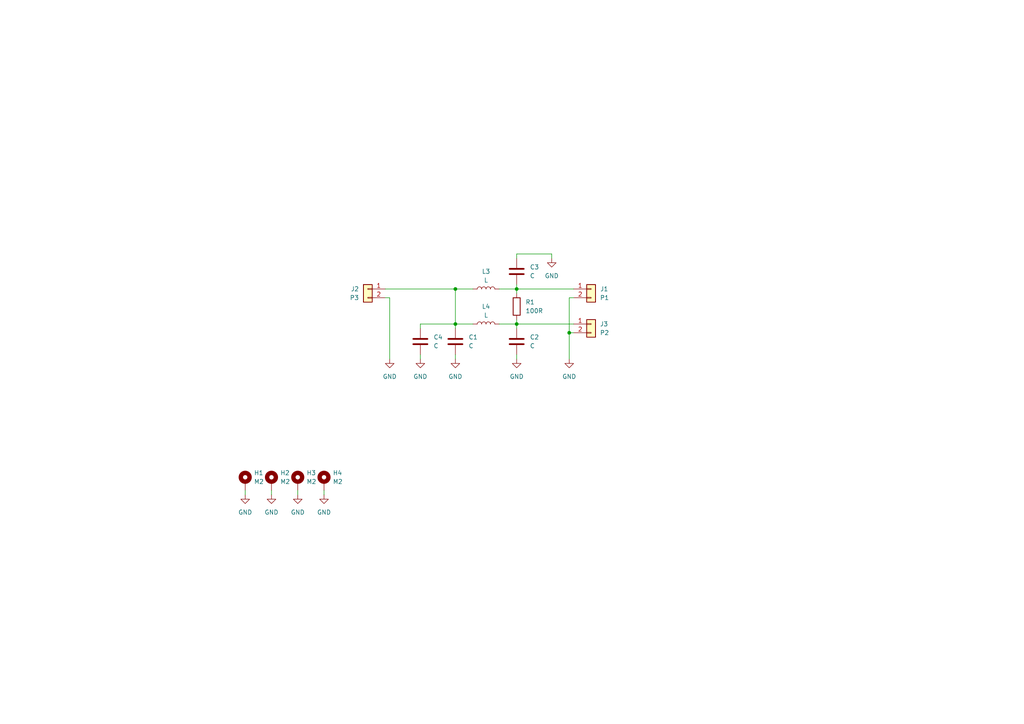
<source format=kicad_sch>
(kicad_sch (version 20230121) (generator eeschema)
  (paper "A4")
  (title_block (title "023 Lumped Wilkinson Splitter") (date "2023-08-19") (rev "1") (company "Halidelabs") (comment 1 "contact@halidelabs.eu"))
  (lib_symbols
    (symbol "Connector_Generic:Conn_01x02" (pin_names (offset 1.016) hide)
      (property "Reference" "J" (at 0 2.54 0))
      (property "Value" "Conn_01x02" (at 0 -5.08 0))
      (symbol "Conn_01x02_1_1"
        (rectangle (start -1.27 -2.413) (end 0 -2.667) (stroke (width 0.1524)))
        (rectangle (start -1.27 0.127) (end 0 -0.127) (stroke (width 0.1524)))
        (rectangle (start -1.27 1.27) (end 1.27 -3.81) (stroke (width 0.254)) (fill (type background)))
        (pin passive line (at -5.08 0 0) (length 3.81) (name "Pin_1") (number "1"))
        (pin passive line (at -5.08 -2.54 0) (length 3.81) (name "Pin_2") (number "2"))
      )
    )
    (symbol "Device:C" (pin_numbers hide) (pin_names (offset 0.254))
      (property "Reference" "C" (at 0.635 2.54 0))
      (property "Value" "C" (at 0.635 -2.54 0))
      (symbol "C_0_1"
        (polyline (pts (xy -2.032 -0.762) (xy 2.032 -0.762)) (stroke (width 0.508)))
        (polyline (pts (xy -2.032 0.762) (xy 2.032 0.762)) (stroke (width 0.508)))
      )
      (symbol "C_1_1"
        (pin passive line (at 0 3.81 270) (length 2.794) (name "~") (number "1"))
        (pin passive line (at 0 -3.81 90) (length 2.794) (name "~") (number "2"))
      )
    )
    (symbol "Device:L" (pin_numbers hide) (pin_names (offset 1.016) hide)
      (property "Reference" "L" (at -1.27 0 90))
      (property "Value" "L" (at 1.905 0 90))
      (symbol "L_0_1"
        (arc (start 0 -2.54) (mid 0.6323 -1.905) (end 0 -1.27))
        (arc (start 0 -1.27) (mid 0.6323 -0.635) (end 0 0))
        (arc (start 0 0) (mid 0.6323 0.635) (end 0 1.27))
        (arc (start 0 1.27) (mid 0.6323 1.905) (end 0 2.54))
      )
      (symbol "L_1_1"
        (pin passive line (at 0 3.81 270) (length 1.27) (name "1") (number "1"))
        (pin passive line (at 0 -3.81 90) (length 1.27) (name "2") (number "2"))
      )
    )
    (symbol "Device:R" (pin_numbers hide) (pin_names (offset 0))
      (property "Reference" "R" (at 2.032 0 90))
      (property "Value" "R" (at 0 0 90))
      (symbol "R_0_1"
        (rectangle (start -1.016 -2.54) (end 1.016 2.54) (stroke (width 0.254)))
      )
      (symbol "R_1_1"
        (pin passive line (at 0 3.81 270) (length 1.27) (name "~") (number "1"))
        (pin passive line (at 0 -3.81 90) (length 1.27) (name "~") (number "2"))
      )
    )
    (symbol "GND_1" (power) (pin_names (offset 0))
      (property "Value" "GND_1" (at 0 -3.81 0))
      (symbol "GND_1_0_1"
        (polyline (pts (xy 0 0) (xy 0 -1.27) (xy 1.27 -1.27) (xy 0 -2.54) (xy -1.27 -1.27) (xy 0 -1.27)))
      )
      (symbol "GND_1_1_1"
        (pin power_in line (at 0 0 270) (length 0) hide (name "GND") (number "1"))
      )
    )
    (symbol "Mechanical:MountingHole_Pad" (pin_numbers hide) (pin_names (offset 1.016) hide)
      (property "Reference" "H" (at 0 6.35 0))
      (property "Value" "MountingHole_Pad" (at 0 4.445 0))
      (symbol "MountingHole_Pad_0_1"
        (circle (center 0 1.27) (radius 1.27) (stroke (width 1.27)))
      )
      (symbol "MountingHole_Pad_1_1"
        (pin input line (at 0 -2.54 90) (length 2.54) (name "1") (number "1"))
      )
    )
    (symbol "power:GND" (power) (pin_names (offset 0))
      (property "Value" "GND" (at 0 -3.81 0))
      (symbol "GND_0_1"
        (polyline (pts (xy 0 0) (xy 0 -1.27) (xy 1.27 -1.27) (xy 0 -2.54) (xy -1.27 -1.27) (xy 0 -1.27)))
      )
      (symbol "GND_1_1"
        (pin power_in line (at 0 0 270) (length 0) hide (name "GND") (number "1"))
      )
    )
  )
  (junction (at 149.86 83.82))
  (junction (at 165.1 96.52))
  (junction (at 132.08 83.82))
  (junction (at 132.08 93.98))
  (junction (at 149.86 93.98))
  (wire (pts (xy 165.1 86.36) (xy 165.1 96.52)))
  (wire (pts (xy 93.98 142.24) (xy 93.98 143.51)))
  (wire (pts (xy 149.86 83.82) (xy 166.37 83.82)))
  (wire (pts (xy 121.92 95.25) (xy 121.92 93.98)))
  (wire (pts (xy 86.36 142.24) (xy 86.36 143.51)))
  (wire (pts (xy 144.78 93.98) (xy 149.86 93.98)))
  (wire (pts (xy 149.86 83.82) (xy 149.86 85.09)))
  (wire (pts (xy 149.86 82.55) (xy 149.86 83.82)))
  (wire (pts (xy 149.86 93.98) (xy 149.86 95.25)))
  (wire (pts (xy 121.92 102.87) (xy 121.92 104.14)))
  (wire (pts (xy 113.03 104.14) (xy 113.03 86.36)))
  (wire (pts (xy 121.92 93.98) (xy 132.08 93.98)))
  (wire (pts (xy 165.1 96.52) (xy 166.37 96.52)))
  (wire (pts (xy 111.76 83.82) (xy 132.08 83.82)))
  (wire (pts (xy 149.86 92.71) (xy 149.86 93.98)))
  (wire (pts (xy 144.78 83.82) (xy 149.86 83.82)))
  (wire (pts (xy 132.08 102.87) (xy 132.08 104.14)))
  (wire (pts (xy 160.02 73.66) (xy 160.02 74.93)))
  (wire (pts (xy 132.08 93.98) (xy 137.16 93.98)))
  (wire (pts (xy 165.1 104.14) (xy 165.1 96.52)))
  (wire (pts (xy 132.08 93.98) (xy 132.08 95.25)))
  (wire (pts (xy 160.02 73.66) (xy 149.86 73.66)))
  (wire (pts (xy 113.03 86.36) (xy 111.76 86.36)))
  (wire (pts (xy 78.74 142.24) (xy 78.74 143.51)))
  (wire (pts (xy 132.08 83.82) (xy 132.08 93.98)))
  (wire (pts (xy 149.86 93.98) (xy 166.37 93.98)))
  (wire (pts (xy 166.37 86.36) (xy 165.1 86.36)))
  (wire (pts (xy 149.86 73.66) (xy 149.86 74.93)))
  (wire (pts (xy 132.08 83.82) (xy 137.16 83.82)))
  (wire (pts (xy 149.86 102.87) (xy 149.86 104.14)))
  (wire (pts (xy 71.12 142.24) (xy 71.12 143.51)))
  (symbol (lib_id "power:GND") (at 71.12 143.51 0) (unit 1)
    (property "Reference" "#PWR0104" (effects hide))
    (property "Value" "GND" (at 71.12 148.59 0))
  )
  (symbol (lib_id "Mechanical:MountingHole_Pad") (at 71.12 139.7 0) (unit 1)
    (property "Reference" "H1" (at 73.66 137.1599 0) (effects (justify left)))
    (property "Value" "M2" (at 73.66 139.6999 0) (effects (justify left)))
    (property "Footprint" "modular-rf-bench-footprints:M2-hole" (effects hide))
  )
  (symbol (lib_id "power:GND") (at 93.98 143.51 0) (unit 1)
    (property "Reference" "#PWR0101" (effects hide))
    (property "Value" "GND" (at 93.98 148.59 0))
  )
  (symbol (lib_name "GND_1") (lib_id "power:GND") (at 113.03 104.14 0) (unit 1)
    (property "Reference" "#PWR06" (effects hide))
    (property "Value" "GND" (at 113.03 109.22 0))
  )
  (symbol (lib_id "Connector_Generic:Conn_01x02") (at 171.45 93.98 0) (unit 1)
    (property "Reference" "J3" (at 173.99 93.9799 0) (effects (justify left)))
    (property "Value" "P2" (at 173.99 96.5199 0) (effects (justify left)))
    (property "Footprint" "modular-rf-bench-footprints:edge-connector" (effects hide))
  )
  (symbol (lib_name "GND_1") (lib_id "power:GND") (at 149.86 104.14 0) (unit 1)
    (property "Reference" "#PWR02" (effects hide))
    (property "Value" "GND" (at 149.86 109.22 0))
  )
  (symbol (lib_id "Mechanical:MountingHole_Pad") (at 78.74 139.7 0) (unit 1)
    (property "Reference" "H2" (at 81.28 137.1599 0) (effects (justify left)))
    (property "Value" "M2" (at 81.28 139.6999 0) (effects (justify left)))
    (property "Footprint" "modular-rf-bench-footprints:M2-hole" (effects hide))
  )
  (symbol (lib_id "Device:L") (at 140.97 83.82 90) (unit 1)
    (property "Reference" "L3" (at 140.97 78.74 90))
    (property "Value" "L" (at 140.97 81.28 90))
    (property "Footprint" "Inductor_SMD:L_0805_2012Metric" (effects hide))
  )
  (symbol (lib_name "GND_1") (lib_id "power:GND") (at 165.1 104.14 0) (unit 1)
    (property "Reference" "#PWR07" (effects hide))
    (property "Value" "GND" (at 165.1 109.22 0))
  )
  (symbol (lib_id "Mechanical:MountingHole_Pad") (at 86.36 139.7 0) (unit 1)
    (property "Reference" "H3" (at 88.9 137.1599 0) (effects (justify left)))
    (property "Value" "M2" (at 88.9 139.6999 0) (effects (justify left)))
    (property "Footprint" "modular-rf-bench-footprints:M2-hole" (effects hide))
  )
  (symbol (lib_id "Device:C") (at 132.08 99.06 0) (unit 1)
    (property "Reference" "C1" (at 135.89 97.79 0) (effects (justify left)))
    (property "Value" "C" (at 135.89 100.33 0) (effects (justify left)))
    (property "Footprint" "Capacitor_SMD:C_0805_2012Metric" (effects hide))
  )
  (symbol (lib_name "GND_1") (lib_id "power:GND") (at 132.08 104.14 0) (unit 1)
    (property "Reference" "#PWR01" (effects hide))
    (property "Value" "GND" (at 132.08 109.22 0))
  )
  (symbol (lib_id "Device:C") (at 149.86 78.74 0) (unit 1)
    (property "Reference" "C3" (at 153.67 77.47 0) (effects (justify left)))
    (property "Value" "C" (at 153.67 80.01 0) (effects (justify left)))
    (property "Footprint" "Capacitor_SMD:C_0805_2012Metric" (effects hide))
  )
  (symbol (lib_id "power:GND") (at 78.74 143.51 0) (unit 1)
    (property "Reference" "#PWR0103" (effects hide))
    (property "Value" "GND" (at 78.74 148.59 0))
  )
  (symbol (lib_id "Device:R") (at 149.86 88.9 0) (unit 1)
    (property "Reference" "R1" (at 152.4 87.63 0) (effects (justify left)))
    (property "Value" "100R" (at 152.4 90.17 0) (effects (justify left)))
    (property "Footprint" "Resistor_SMD:R_0805_2012Metric" (effects hide))
  )
  (symbol (lib_id "Mechanical:MountingHole_Pad") (at 93.98 139.7 0) (unit 1)
    (property "Reference" "H4" (at 96.52 137.1599 0) (effects (justify left)))
    (property "Value" "M2" (at 96.52 139.6999 0) (effects (justify left)))
    (property "Footprint" "modular-rf-bench-footprints:M2-hole" (effects hide))
  )
  (symbol (lib_id "Device:C") (at 121.92 99.06 0) (unit 1)
    (property "Reference" "C4" (at 125.73 97.79 0) (effects (justify left)))
    (property "Value" "C" (at 125.73 100.33 0) (effects (justify left)))
    (property "Footprint" "Capacitor_SMD:C_0805_2012Metric" (effects hide))
  )
  (symbol (lib_id "power:GND") (at 86.36 143.51 0) (unit 1)
    (property "Reference" "#PWR0102" (effects hide))
    (property "Value" "GND" (at 86.36 148.59 0))
  )
  (symbol (lib_name "GND_1") (lib_id "power:GND") (at 160.02 74.93 0) (unit 1)
    (property "Reference" "#PWR03" (effects hide))
    (property "Value" "GND" (at 160.02 80.01 0))
  )
  (symbol (lib_name "GND_1") (lib_id "power:GND") (at 121.92 104.14 0) (unit 1)
    (property "Reference" "#PWR04" (effects hide))
    (property "Value" "GND" (at 121.92 109.22 0))
  )
  (symbol (lib_id "Device:L") (at 140.97 93.98 90) (unit 1)
    (property "Reference" "L4" (at 140.97 88.9 90))
    (property "Value" "L" (at 140.97 91.44 90))
    (property "Footprint" "Inductor_SMD:L_0805_2012Metric" (effects hide))
  )
  (symbol (lib_id "Device:C") (at 149.86 99.06 0) (unit 1)
    (property "Reference" "C2" (at 153.67 97.79 0) (effects (justify left)))
    (property "Value" "C" (at 153.67 100.33 0) (effects (justify left)))
    (property "Footprint" "Capacitor_SMD:C_0805_2012Metric" (effects hide))
  )
  (symbol (lib_id "Connector_Generic:Conn_01x02") (at 171.45 83.82 0) (unit 1)
    (property "Reference" "J1" (at 175.26 83.82 0))
    (property "Value" "P1" (at 173.99 86.36 0) (effects (justify left)))
    (property "Footprint" "modular-rf-bench-footprints:edge-connector" (effects hide))
  )
  (symbol (lib_id "Connector_Generic:Conn_01x02") (at 106.68 83.82 0) (mirror y) (unit 1)
    (property "Reference" "J2" (at 104.14 83.82 0) (effects (justify left)))
    (property "Value" "P3" (at 104.14 86.36 0) (effects (justify left)))
    (property "Footprint" "modular-rf-bench-footprints:edge-connector" (effects hide))
  )
)
</source>
